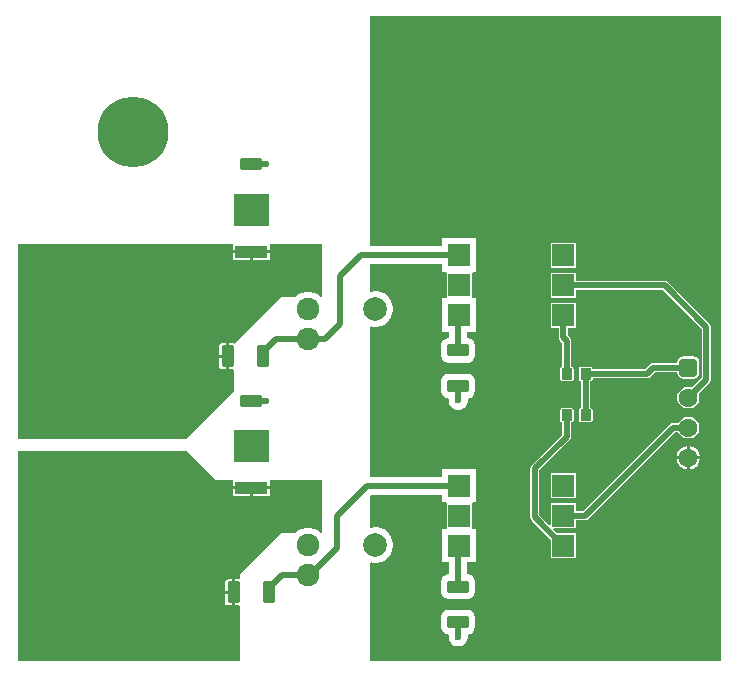
<source format=gbr>
G04*
G04 #@! TF.GenerationSoftware,Altium Limited,Altium Designer,22.4.2 (48)*
G04*
G04 Layer_Physical_Order=1*
G04 Layer_Color=255*
%FSLAX44Y44*%
%MOMM*%
G71*
G04*
G04 #@! TF.SameCoordinates,E380B31E-87FB-4700-A3A7-B4C86E81BE80*
G04*
G04*
G04 #@! TF.FilePolarity,Positive*
G04*
G01*
G75*
%ADD18C,2.0000*%
G04:AMPARAMS|DCode=25|XSize=1.8mm|YSize=1.05mm|CornerRadius=0.063mm|HoleSize=0mm|Usage=FLASHONLY|Rotation=90.000|XOffset=0mm|YOffset=0mm|HoleType=Round|Shape=RoundedRectangle|*
%AMROUNDEDRECTD25*
21,1,1.8000,0.9240,0,0,90.0*
21,1,1.6740,1.0500,0,0,90.0*
1,1,0.1260,0.4620,0.8370*
1,1,0.1260,0.4620,-0.8370*
1,1,0.1260,-0.4620,-0.8370*
1,1,0.1260,-0.4620,0.8370*
%
%ADD25ROUNDEDRECTD25*%
%ADD26R,2.7200X1.0200*%
G04:AMPARAMS|DCode=27|XSize=1.8mm|YSize=1.05mm|CornerRadius=0.063mm|HoleSize=0mm|Usage=FLASHONLY|Rotation=180.000|XOffset=0mm|YOffset=0mm|HoleType=Round|Shape=RoundedRectangle|*
%AMROUNDEDRECTD27*
21,1,1.8000,0.9240,0,0,180.0*
21,1,1.6740,1.0500,0,0,180.0*
1,1,0.1260,-0.8370,0.4620*
1,1,0.1260,0.8370,0.4620*
1,1,0.1260,0.8370,-0.4620*
1,1,0.1260,-0.8370,-0.4620*
%
%ADD27ROUNDEDRECTD27*%
%ADD28R,1.8500X1.8500*%
G04:AMPARAMS|DCode=29|XSize=0.95mm|YSize=0.9mm|CornerRadius=0.063mm|HoleSize=0mm|Usage=FLASHONLY|Rotation=90.000|XOffset=0mm|YOffset=0mm|HoleType=Round|Shape=RoundedRectangle|*
%AMROUNDEDRECTD29*
21,1,0.9500,0.7740,0,0,90.0*
21,1,0.8240,0.9000,0,0,90.0*
1,1,0.1260,0.3870,0.4120*
1,1,0.1260,0.3870,-0.4120*
1,1,0.1260,-0.3870,-0.4120*
1,1,0.1260,-0.3870,0.4120*
%
%ADD29ROUNDEDRECTD29*%
%ADD30C,0.5000*%
%ADD31C,6.0000*%
%ADD32R,1.9200X1.9200*%
%ADD33C,1.9200*%
%ADD34C,1.6000*%
G04:AMPARAMS|DCode=35|XSize=1.6mm|YSize=1.6mm|CornerRadius=0.4mm|HoleSize=0mm|Usage=FLASHONLY|Rotation=270.000|XOffset=0mm|YOffset=0mm|HoleType=Round|Shape=RoundedRectangle|*
%AMROUNDEDRECTD35*
21,1,1.6000,0.8000,0,0,270.0*
21,1,0.8000,1.6000,0,0,270.0*
1,1,0.8000,-0.4000,-0.4000*
1,1,0.8000,-0.4000,0.4000*
1,1,0.8000,0.4000,0.4000*
1,1,0.8000,0.4000,-0.4000*
%
%ADD35ROUNDEDRECTD35*%
%ADD36C,0.6000*%
G36*
X215000Y370000D02*
X185000D01*
Y397500D01*
X215000D01*
Y370000D01*
D02*
G37*
G36*
X260000Y310000D02*
X258498D01*
X256815Y311683D01*
X253485Y313605D01*
X249772Y314600D01*
X245928D01*
X242215Y313605D01*
X238885Y311683D01*
X237202Y310000D01*
X225000D01*
X185747Y270747D01*
X185596Y270847D01*
X184570Y271052D01*
X181220D01*
Y260000D01*
Y248948D01*
X184570D01*
X185000Y248596D01*
Y230000D01*
X145000Y190000D01*
X2039D01*
Y355000D01*
X184400D01*
Y349770D01*
X200000D01*
X215600D01*
Y355000D01*
X260000D01*
Y310000D01*
D02*
G37*
G36*
X597961Y2039D02*
X300000D01*
Y84583D01*
X301270Y85448D01*
X303523Y85000D01*
X306477D01*
X309375Y85576D01*
X312105Y86707D01*
X314562Y88349D01*
X316651Y90438D01*
X318293Y92895D01*
X319424Y95625D01*
X320000Y98523D01*
Y101477D01*
X319424Y104375D01*
X318293Y107105D01*
X316651Y109562D01*
X314562Y111651D01*
X312105Y113293D01*
X309375Y114424D01*
X306477Y115000D01*
X303523D01*
X301270Y114552D01*
X300000Y115417D01*
Y141802D01*
X301033Y142835D01*
X361750D01*
Y136150D01*
X364471D01*
X365480Y135520D01*
X365480Y134880D01*
Y115120D01*
X365480Y114480D01*
X364471Y113850D01*
X361750D01*
Y85350D01*
X367435D01*
Y75310D01*
X366630D01*
X364433Y74873D01*
X362571Y73629D01*
X361327Y71767D01*
X360890Y69570D01*
Y60330D01*
X361327Y58133D01*
X362571Y56271D01*
X364433Y55027D01*
X366630Y54590D01*
X383370D01*
X385567Y55027D01*
X387429Y56271D01*
X388673Y58133D01*
X389110Y60330D01*
Y69570D01*
X388673Y71767D01*
X387429Y73629D01*
X385567Y74873D01*
X383370Y75310D01*
X382565D01*
Y85350D01*
X390250D01*
Y113850D01*
X387529D01*
X386520Y114480D01*
X386520Y115120D01*
Y134880D01*
X386520Y135520D01*
X387529Y136150D01*
X390250D01*
Y164650D01*
X361750D01*
Y157965D01*
X300000D01*
Y284583D01*
X301270Y285448D01*
X303523Y285000D01*
X306477D01*
X309375Y285576D01*
X312105Y286707D01*
X314562Y288349D01*
X316651Y290438D01*
X318293Y292895D01*
X319424Y295625D01*
X320000Y298523D01*
Y301477D01*
X319424Y304375D01*
X318293Y307105D01*
X316651Y309562D01*
X314562Y311651D01*
X312105Y313293D01*
X309375Y314424D01*
X306477Y315000D01*
X303523D01*
X301270Y314552D01*
X300000Y315417D01*
Y337835D01*
X361750D01*
Y331150D01*
X364471D01*
X365480Y330520D01*
X365480Y329880D01*
Y310120D01*
X365480Y309480D01*
X364471Y308850D01*
X361750D01*
Y280350D01*
X367435D01*
Y275310D01*
X366630D01*
X364433Y274873D01*
X362571Y273629D01*
X361327Y271767D01*
X360890Y269570D01*
Y260330D01*
X361327Y258133D01*
X362571Y256271D01*
X364433Y255027D01*
X366630Y254590D01*
X383370D01*
X385567Y255027D01*
X387429Y256271D01*
X388673Y258133D01*
X389110Y260330D01*
Y269570D01*
X388673Y271767D01*
X387429Y273629D01*
X385567Y274873D01*
X383370Y275310D01*
X382565D01*
Y280350D01*
X390250D01*
Y308850D01*
X387529D01*
X386520Y309480D01*
X386520Y310120D01*
Y329880D01*
X386520Y330520D01*
X387529Y331150D01*
X390250D01*
Y359650D01*
X361750D01*
Y352965D01*
X300000D01*
Y547961D01*
X597961D01*
Y2039D01*
D02*
G37*
G36*
X215000Y170000D02*
X185000D01*
Y197500D01*
X215000D01*
Y170000D01*
D02*
G37*
G36*
X170000Y155000D02*
X184400D01*
Y149770D01*
X200000D01*
X215600D01*
Y155000D01*
X260000D01*
Y110000D01*
X258498D01*
X256815Y111683D01*
X253485Y113605D01*
X249772Y114600D01*
X245928D01*
X242215Y113605D01*
X238885Y111683D01*
X237202Y110000D01*
X225000D01*
X190000Y75000D01*
Y71404D01*
X189570Y71052D01*
X186220D01*
Y60000D01*
Y48948D01*
X189570D01*
X190000Y48596D01*
Y2039D01*
X2039D01*
Y180000D01*
X145000D01*
X170000Y155000D01*
D02*
G37*
%LPC*%
G36*
X215600Y347230D02*
X201270D01*
Y341400D01*
X215600D01*
Y347230D01*
D02*
G37*
G36*
X198730D02*
X184400D01*
Y341400D01*
X198730D01*
Y347230D01*
D02*
G37*
G36*
X178680Y271052D02*
X175330D01*
X174304Y270847D01*
X173434Y270266D01*
X172853Y269396D01*
X172648Y268370D01*
Y261270D01*
X178680D01*
Y271052D01*
D02*
G37*
G36*
Y258730D02*
X172648D01*
Y251630D01*
X172853Y250604D01*
X173434Y249734D01*
X174304Y249153D01*
X175330Y248948D01*
X178680D01*
Y258730D01*
D02*
G37*
G36*
X474520Y355920D02*
X453480D01*
Y334880D01*
X474520D01*
Y355920D01*
D02*
G37*
G36*
X574000Y259773D02*
X566000D01*
X563944Y259364D01*
X562201Y258200D01*
X561036Y256456D01*
X560627Y254400D01*
Y254244D01*
X540400D01*
X538929Y253951D01*
X537682Y253118D01*
X537682Y253118D01*
X533408Y248844D01*
X488807D01*
Y249120D01*
X488660Y249861D01*
X488240Y250490D01*
X487611Y250910D01*
X486870Y251057D01*
X479130D01*
X478389Y250910D01*
X477760Y250490D01*
X477340Y249861D01*
X477193Y249120D01*
Y240880D01*
X477340Y240139D01*
X477760Y239510D01*
X478389Y239090D01*
X479130Y238943D01*
X479156D01*
Y216057D01*
X479130D01*
X478389Y215910D01*
X477760Y215490D01*
X477340Y214861D01*
X477193Y214120D01*
Y205880D01*
X477340Y205139D01*
X477760Y204510D01*
X478389Y204090D01*
X479130Y203943D01*
X486870D01*
X487611Y204090D01*
X488240Y204510D01*
X488660Y205139D01*
X488807Y205880D01*
Y214120D01*
X488660Y214861D01*
X488240Y215490D01*
X487611Y215910D01*
X486870Y216057D01*
X486844D01*
Y238943D01*
X486870D01*
X487611Y239090D01*
X488240Y239510D01*
X488660Y240139D01*
X488807Y240880D01*
Y241156D01*
X535000D01*
X535000Y241156D01*
X536471Y241449D01*
X537718Y242282D01*
X541992Y246556D01*
X560627D01*
Y246400D01*
X561036Y244344D01*
X562201Y242601D01*
X563944Y241436D01*
X566000Y241027D01*
X574000D01*
X576056Y241436D01*
X577799Y242601D01*
X578964Y244344D01*
X579373Y246400D01*
Y254400D01*
X578964Y256456D01*
X577799Y258200D01*
X576056Y259364D01*
X574000Y259773D01*
D02*
G37*
G36*
X474520Y305120D02*
X453480D01*
Y284080D01*
X460156D01*
Y276000D01*
X460156Y276000D01*
X460449Y274529D01*
X461282Y273282D01*
X463156Y271408D01*
Y251057D01*
X463130D01*
X462389Y250910D01*
X461760Y250490D01*
X461340Y249861D01*
X461193Y249120D01*
Y240880D01*
X461340Y240139D01*
X461760Y239510D01*
X462389Y239090D01*
X463130Y238943D01*
X470870D01*
X471611Y239090D01*
X472240Y239510D01*
X472660Y240139D01*
X472807Y240880D01*
Y249120D01*
X472660Y249861D01*
X472240Y250490D01*
X471611Y250910D01*
X470870Y251057D01*
X470844D01*
Y273000D01*
X470844Y273000D01*
X470551Y274471D01*
X469718Y275718D01*
X469718Y275718D01*
X467844Y277592D01*
Y284080D01*
X474520D01*
Y305120D01*
D02*
G37*
G36*
Y330520D02*
X453480D01*
Y309480D01*
X474520D01*
Y316156D01*
X548408D01*
X581156Y283408D01*
Y241592D01*
X573282Y233718D01*
X571220Y234270D01*
X568780D01*
X566422Y233638D01*
X564308Y232418D01*
X562582Y230692D01*
X561362Y228578D01*
X560730Y226220D01*
Y223780D01*
X561362Y221422D01*
X562582Y219308D01*
X564308Y217582D01*
X566422Y216362D01*
X568780Y215730D01*
X571220D01*
X573578Y216362D01*
X575692Y217582D01*
X577418Y219308D01*
X578638Y221422D01*
X579270Y223780D01*
Y226220D01*
X578718Y228282D01*
X587718Y237282D01*
X587718Y237282D01*
X588551Y238529D01*
X588844Y240000D01*
Y285000D01*
X588844Y285000D01*
X588551Y286471D01*
X587718Y287718D01*
X587718Y287718D01*
X552718Y322718D01*
X551471Y323551D01*
X550000Y323844D01*
X550000Y323844D01*
X474520D01*
Y330520D01*
D02*
G37*
G36*
X383370Y245310D02*
X366630D01*
X364433Y244873D01*
X362571Y243629D01*
X361327Y241767D01*
X360890Y239570D01*
Y230330D01*
X361327Y228133D01*
X362571Y226271D01*
X364433Y225027D01*
X365997Y224716D01*
X367000Y223553D01*
Y221447D01*
X367545Y219412D01*
X368598Y217588D01*
X370088Y216098D01*
X371912Y215045D01*
X373947Y214500D01*
X376053D01*
X378088Y215045D01*
X379912Y216098D01*
X381402Y217588D01*
X382455Y219412D01*
X383000Y221447D01*
Y223553D01*
X384003Y224716D01*
X385567Y225027D01*
X387429Y226271D01*
X388673Y228133D01*
X389110Y230330D01*
Y239570D01*
X388673Y241767D01*
X387429Y243629D01*
X385567Y244873D01*
X383370Y245310D01*
D02*
G37*
G36*
X470870Y216057D02*
X463130D01*
X462389Y215910D01*
X461760Y215490D01*
X461340Y214861D01*
X461193Y214120D01*
Y205880D01*
X461340Y205139D01*
X461760Y204510D01*
X462389Y204090D01*
X463130Y203943D01*
X463156D01*
Y193592D01*
X437282Y167718D01*
X436449Y166471D01*
X436156Y165000D01*
X436156Y165000D01*
Y123600D01*
X436156Y123600D01*
X436449Y122129D01*
X437282Y120882D01*
X453480Y104684D01*
Y89080D01*
X474520D01*
Y110120D01*
X458916D01*
X455729Y113307D01*
X456215Y114480D01*
X474520D01*
Y121156D01*
X482500D01*
X482500Y121156D01*
X483971Y121449D01*
X485218Y122282D01*
X558692Y195756D01*
X561515D01*
X562582Y193908D01*
X564308Y192182D01*
X566422Y190962D01*
X568780Y190330D01*
X571220D01*
X573578Y190962D01*
X575692Y192182D01*
X577418Y193908D01*
X578638Y196022D01*
X579270Y198380D01*
Y200820D01*
X578638Y203178D01*
X577418Y205292D01*
X575692Y207018D01*
X573578Y208238D01*
X571220Y208870D01*
X568780D01*
X566422Y208238D01*
X564308Y207018D01*
X562582Y205292D01*
X561515Y203444D01*
X557100D01*
X557100Y203444D01*
X555629Y203151D01*
X554382Y202318D01*
X554382Y202318D01*
X480908Y128844D01*
X474520D01*
Y135520D01*
X453480D01*
Y117215D01*
X452307Y116729D01*
X443844Y125192D01*
Y163408D01*
X469718Y189282D01*
X469718Y189282D01*
X470551Y190529D01*
X470844Y192000D01*
Y203943D01*
X470870D01*
X471611Y204090D01*
X472240Y204510D01*
X472660Y205139D01*
X472807Y205880D01*
Y214120D01*
X472660Y214861D01*
X472240Y215490D01*
X471611Y215910D01*
X470870Y216057D01*
D02*
G37*
G36*
X571316Y184200D02*
X571270D01*
Y175470D01*
X580000D01*
Y175516D01*
X579319Y178060D01*
X578002Y180340D01*
X576140Y182202D01*
X573860Y183519D01*
X571316Y184200D01*
D02*
G37*
G36*
X568730D02*
X568684D01*
X566140Y183519D01*
X563860Y182202D01*
X561998Y180340D01*
X560681Y178060D01*
X560000Y175516D01*
Y175470D01*
X568730D01*
Y184200D01*
D02*
G37*
G36*
X580000Y172930D02*
X571270D01*
Y164200D01*
X571316D01*
X573860Y164881D01*
X576140Y166198D01*
X578002Y168060D01*
X579319Y170340D01*
X580000Y172883D01*
Y172930D01*
D02*
G37*
G36*
X568730D02*
X560000D01*
Y172883D01*
X560681Y170340D01*
X561998Y168060D01*
X563860Y166198D01*
X566140Y164881D01*
X568684Y164200D01*
X568730D01*
Y172930D01*
D02*
G37*
G36*
X474520Y160920D02*
X453480D01*
Y139880D01*
X474520D01*
Y160920D01*
D02*
G37*
G36*
X383370Y45310D02*
X366630D01*
X364433Y44873D01*
X362571Y43629D01*
X361327Y41767D01*
X360890Y39570D01*
Y30330D01*
X361327Y28133D01*
X362571Y26271D01*
X364433Y25027D01*
X365997Y24716D01*
X367000Y23553D01*
Y21447D01*
X367545Y19412D01*
X368598Y17588D01*
X370088Y16098D01*
X371912Y15045D01*
X373947Y14500D01*
X376053D01*
X378088Y15045D01*
X379912Y16098D01*
X381402Y17588D01*
X382455Y19412D01*
X383000Y21447D01*
Y23553D01*
X384003Y24716D01*
X385567Y25027D01*
X387429Y26271D01*
X388673Y28133D01*
X389110Y30330D01*
Y39570D01*
X388673Y41767D01*
X387429Y43629D01*
X385567Y44873D01*
X383370Y45310D01*
D02*
G37*
G36*
X215600Y147230D02*
X201270D01*
Y141400D01*
X215600D01*
Y147230D01*
D02*
G37*
G36*
X198730D02*
X184400D01*
Y141400D01*
X198730D01*
Y147230D01*
D02*
G37*
G36*
X183680Y71052D02*
X180330D01*
X179304Y70847D01*
X178434Y70266D01*
X177853Y69396D01*
X177649Y68370D01*
Y61270D01*
X183680D01*
Y71052D01*
D02*
G37*
G36*
Y58730D02*
X177649D01*
Y51630D01*
X177853Y50604D01*
X178434Y49734D01*
X179304Y49153D01*
X180330Y48948D01*
X183680D01*
Y58730D01*
D02*
G37*
%LPD*%
D18*
X305000Y100000D02*
D03*
X305000Y300000D02*
D03*
D25*
X184950Y60000D02*
D03*
X214950D02*
D03*
X179950Y260000D02*
D03*
X209950D02*
D03*
D26*
X200000Y148500D02*
D03*
Y176500D02*
D03*
Y348500D02*
D03*
Y376500D02*
D03*
D27*
Y192450D02*
D03*
Y222450D02*
D03*
Y392450D02*
D03*
Y422450D02*
D03*
X375000Y234950D02*
D03*
Y264950D02*
D03*
Y34950D02*
D03*
Y64950D02*
D03*
D28*
X376000Y294600D02*
D03*
Y320000D02*
D03*
Y345400D02*
D03*
X464000D02*
D03*
Y320000D02*
D03*
Y294600D02*
D03*
X376000Y99600D02*
D03*
Y125000D02*
D03*
Y150400D02*
D03*
X464000D02*
D03*
Y125000D02*
D03*
Y99600D02*
D03*
D29*
X467000Y245000D02*
D03*
X483000D02*
D03*
X467000Y210000D02*
D03*
X483000D02*
D03*
D30*
X247850Y74600D02*
X249600D01*
X272500Y97500D01*
Y125000D01*
X297900Y150400D01*
X376000D01*
X262100Y274600D02*
X275000Y287500D01*
Y327500D01*
X220800Y274600D02*
X262100D01*
X292900Y345400D02*
X376000D01*
X275000Y327500D02*
X292900Y345400D01*
X482500Y125000D02*
X557100Y199600D01*
X464000Y125000D02*
X482500D01*
X557100Y199600D02*
X570000D01*
X464000Y320000D02*
X550000D01*
X585000Y285000D01*
X200000Y422450D02*
X212450D01*
X200000Y222450D02*
X212450D01*
X375000Y22500D02*
Y34950D01*
Y222500D02*
Y234950D01*
Y98600D02*
X376000Y99600D01*
X375000Y64950D02*
Y98600D01*
Y293600D02*
X376000Y294600D01*
X375000Y264950D02*
Y293600D01*
X209950Y263750D02*
X220800Y274600D01*
X209950Y260000D02*
Y263750D01*
X225800Y74600D02*
X247850D01*
X214950Y63750D02*
X225800Y74600D01*
X214950Y60000D02*
Y63750D01*
X440000Y123600D02*
X464000Y99600D01*
X440000Y123600D02*
Y165000D01*
X467000Y192000D01*
Y210000D01*
X464000Y276000D02*
X467000Y273000D01*
X464000Y276000D02*
Y294600D01*
X467000Y245000D02*
Y273000D01*
X483000Y210000D02*
Y245000D01*
X535000D01*
X540400Y250400D01*
X570000D01*
Y225000D02*
X585000Y240000D01*
Y285000D01*
D31*
X540000Y60000D02*
D03*
X100000Y450000D02*
D03*
Y275000D02*
D03*
Y100000D02*
D03*
D32*
X247850Y325400D02*
D03*
X247850Y125400D02*
D03*
D33*
X247850Y300000D02*
D03*
Y274600D02*
D03*
X247850Y100000D02*
D03*
Y74600D02*
D03*
D34*
X570000Y174200D02*
D03*
Y199600D02*
D03*
Y225000D02*
D03*
D35*
Y250400D02*
D03*
D36*
X212450Y422450D02*
D03*
Y222450D02*
D03*
X375000Y22500D02*
D03*
Y222500D02*
D03*
M02*

</source>
